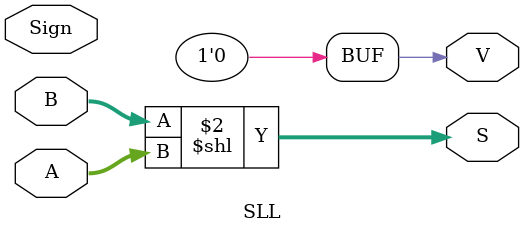
<source format=v>
`timescale 1ns / 1ps

module SLL( A, B, Sign, S, V);

    input [31:0] A;
    input [31:0] B;
    input Sign;

    output reg [31:0] S;
    output reg V;

    always@(*)
    begin
        S = B << A;
        V = 0;
    end

endmodule

</source>
